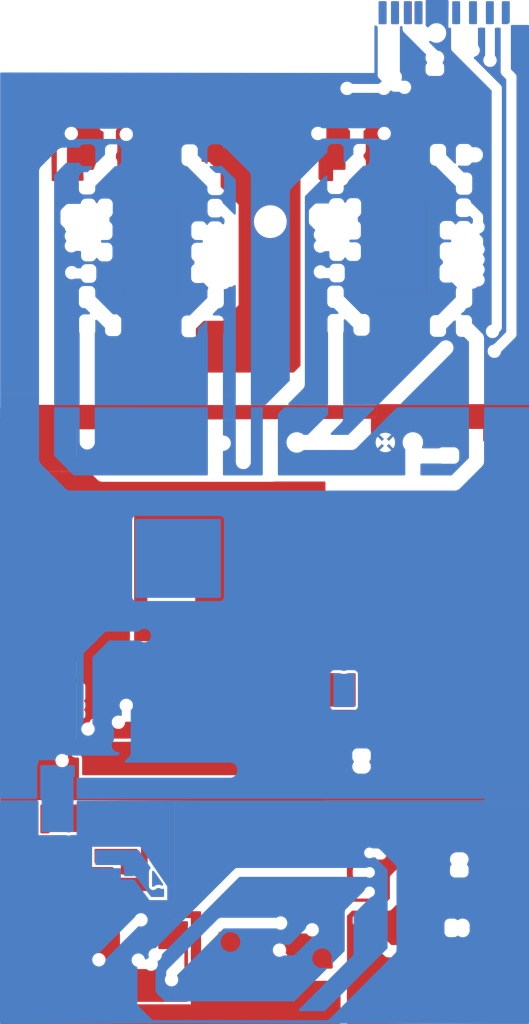
<source format=kicad_pcb>
(kicad_pcb (version 20240225) (generator "pcbnew") (generator_version "8.99")
  (layers (0 "F.Cu" signal) (31 "B.Cu" signal) (34 "B.Paste" user) (35 "F.Paste" user) (36 "B.SilkS" user "B.Silkscreen") (37 "F.SilkS" user "F.Silkscreen") (38 "B.Mask" user) (39 "F.Mask" user) (44 "Edge.Cuts" user))
  (net 0 "")
  (zone (net 0) (net_name "") (layer "F.Cu") (priority 7) (connect_pads yes (clearance 0.35)) (min_thickness 0.25) (fill yes (thermal_gap 0.3) (thermal_bridge_width 0.3) (island_removal_mode 1) (island_area_min 0))
    (polygon (pts (xy 119.458982 42.807368) (xy 119.458982 67.191368) (xy 120.601982 68.334368) (xy 126.316982 68.334368) (xy 127.713982 66.937368) (xy 127.713982 52.205368) (xy 127.459982 51.951368) (xy 121.617982 51.951368) (xy 121.236982 51.570368) (xy 121.236982 46.744368) (xy 121.490982 46.490368) (xy 121.998982 46.490368) (xy 123.141982 47.633368) (xy 125.046982 47.633368) (xy 125.046982 49.919368) (xy 126.316982 49.919368) (xy 126.443982 49.792368) (xy 126.443982 48.141368) (xy 126.715965 47.887368) (xy 127.078982 47.887368) (xy 127.332982 47.633368) (xy 127.332982 42.807368)))
  )
  (zone (net 0) (net_name "") (layer "F.Cu") (connect_pads yes (clearance 0.35)) (min_thickness 0.25) (fill yes (thermal_gap 0.3) (thermal_bridge_width 0.3) (island_removal_mode 1) (island_area_min 0))
    (polygon (pts (xy 90.346482 126.140868) (xy 82.996482 126.140868) (xy 82.996482 122.882868) (xy 90.346482 122.882868)))
  )
  (zone (net 0) (net_name "") (layer "F.Cu") (priority 14) (connect_pads yes (clearance 0.35)) (min_thickness 0.25) (fill yes (thermal_gap 0.3) (thermal_bridge_width 0.3) (island_removal_mode 1) (island_area_min 0))
    (polygon (pts (xy 123.370182 80.583168) (xy 123.370182 81.014968) (xy 123.371776 82.647872) (xy 122.785982 83.351768) (xy 121.007982 83.351768) (xy 120.296782 82.640568) (xy 120.296782 79.287768) (xy 120.398382 79.186168) (xy 123.370182 79.186168)))
  )
  (zone (net 0) (net_name "") (layer "F.Cu") (priority 1) (connect_pads yes (clearance 0.35)) (min_thickness 0.25) (fill yes (thermal_gap 0.3) (thermal_bridge_width 0.3) (island_removal_mode 1) (island_area_min 0))
    (polygon (pts (xy 93.575982 89.737868) (xy 105.386982 89.737868) (xy 105.386982 98.246868) (xy 104.497982 98.246868) (xy 104.497982 104.469868) (xy 93.575982 104.469868)))
  )
  (zone (net 0) (net_name "") (layer "F.Cu") (connect_pads yes (clearance 0.35)) (min_thickness 0.25) (fill yes (thermal_gap 0.3) (thermal_bridge_width 0.3) (island_removal_mode 1) (island_area_min 0))
    (polygon (pts (xy 94.114982 130.990868) (xy 92.064982 130.990868) (xy 92.064982 129.490868) (xy 88.914982 129.490868) (xy 88.914982 127.890868) (xy 94.114982 127.890868)))
  )
  (zone (net 0) (net_name "") (layer "F.Cu") (priority 16) (connect_pads yes (clearance 0.35)) (min_thickness 0.25) (fill yes (thermal_gap 0.3) (thermal_bridge_width 0.3) (island_removal_mode 2) (island_area_min 0))
    (polygon (pts (xy 118.555541 108.065968) (xy 118.569582 108.065968) (xy 118.569582 111.850568) (xy 114.886582 111.850568) (xy 114.378582 111.342568) (xy 114.378582 108.065968)))
  )
  (zone (net 0) (net_name "") (layer "F.Cu") (priority 10) (connect_pads yes (clearance 0.35)) (min_thickness 0.25) (fill yes (thermal_gap 0.3) (thermal_bridge_width 0.3) (island_removal_mode 1) (island_area_min 0))
    (polygon (pts (xy 90.883982 46.490368) (xy 88.978982 51.316368) (xy 87.835982 51.316368) (xy 87.884482 52.546368) (xy 84.279982 52.586368) (xy 84.152982 43.569368) (xy 84.914982 42.680368) (xy 90.883982 42.680368)))
  )
  (zone (net 0) (net_name "") (layer "F.Cu") (connect_pads yes (clearance 0.35)) (min_thickness 0.25) (fill yes (thermal_gap 0.3) (thermal_bridge_width 0.3) (island_removal_mode 1) (island_area_min 0))
    (polygon (pts (xy 105.746482 144.290868) (xy 103.096482 144.290868) (xy 103.096482 137.240868) (xy 105.746482 137.240868)))
  )
  (zone (net 0) (net_name "") (layer "F.Cu") (connect_pads yes (clearance 0.35)) (min_thickness 0.25) (fill yes (thermal_gap 0.3) (thermal_bridge_width 0.3) (island_removal_mode 1) (island_area_min 0))
    (polygon (pts (xy 82.684382 122.242368) (xy 82.684382 134.142368) (xy 83.527382 134.142368) (xy 83.527382 145.420368) (xy 99.978982 145.420368) (xy 99.978982 135.690768) (xy 94.378982 135.690768) (xy 94.378982 133.669168) (xy 94.378982 133.670368) (xy 98.128982 133.670368) (xy 98.128982 134.920368) (xy 101.128982 134.920368) (xy 101.128982 141.670368) (xy 101.878982 141.670368) (xy 101.881782 144.591168) (xy 106.208482 144.591168) (xy 106.199782 142.787768) (xy 116.867782 142.762368) (xy 116.870482 147.639168) (xy 78.462982 147.642368) (xy 78.462982 122.242317)))
  )
  (zone (net 0) (net_name "") (layer "F.Cu") (connect_pads yes (clearance 0.35)) (min_thickness 0.25) (fill yes (thermal_gap 0.3) (thermal_bridge_width 0.3) (island_removal_mode 1) (island_area_min 0))
    (polygon (pts (xy 105.767982 110.946868) (xy 105.005982 110.946868) (xy 105.005982 98.627868) (xy 115.165982 98.627868) (xy 115.165982 111.708868) (xy 107.291982 111.708868) (xy 107.291982 110.946868)))
  )
  (zone (net 0) (net_name "") (layer "F.Cu") (connect_pads yes (clearance 0.35)) (min_thickness 0.25) (fill yes (thermal_gap 0.3) (thermal_bridge_width 0.3) (island_removal_mode 1) (island_area_min 0))
    (polygon (pts (xy 125.210982 34.892368) (xy 126.110982 34.892368) (xy 126.110982 32.292368) (xy 125.210982 32.292368)))
  )
  (zone (net 0) (net_name "") (layer "F.Cu") (connect_pads yes (clearance 0.35)) (min_thickness 0.25) (fill yes (thermal_gap 0.3) (thermal_bridge_width 0.3) (island_removal_mode 1) (island_area_min 0))
    (polygon (pts (xy 109.958982 98.627868) (xy 109.958982 95.833868) (xy 105.894982 95.833868) (xy 105.894982 93.674868) (xy 115.165982 93.674868) (xy 115.165982 98.627868)))
  )
  (zone (net 0) (net_name "") (layer "F.Cu") (priority 5) (connect_pads yes (clearance 0.35)) (min_thickness 0.25) (fill yes (thermal_gap 0.3) (thermal_bridge_width 0.3))
    (polygon (pts (xy 110.619382 139.612768) (xy 106.199782 139.612768) (xy 106.199782 142.787768) (xy 110.619382 142.787768) (xy 110.619382 141.390768)))
  )
  (zone (net 0) (net_name "") (layer "F.Cu") (priority 3) (connect_pads yes (clearance 0.35)) (min_thickness 0.25) (fill yes (thermal_gap 0.3) (thermal_bridge_width 0.3) (island_removal_mode 1) (island_area_min 0))
    (polygon (pts (xy 93.575982 104.850868) (xy 99.163982 104.850868) (xy 99.163982 108.025868) (xy 98.147982 109.041868) (xy 93.575982 109.041868)))
  )
  (zone (net 0) (net_name "") (layer "F.Cu") (connect_pads yes (clearance 0.35)) (min_thickness 0.25) (fill yes (thermal_gap 0.3) (thermal_bridge_width 0.3) (island_removal_mode 1) (island_area_min 0))
    (polygon (pts (xy 124.010982 34.892368) (xy 124.910982 34.892368) (xy 124.910982 32.292368) (xy 124.010982 32.292368)))
  )
  (zone (net 0) (net_name "") (layer "F.Cu") (connect_pads yes (clearance 0.35)) (min_thickness 0.25) (fill yes (thermal_gap 0.3) (thermal_bridge_width 0.3) (island_removal_mode 1) (island_area_min 0))
    (polygon (pts (xy 122.560982 34.892368) (xy 123.460982 34.892368) (xy 123.460982 32.292368) (xy 122.560982 32.292368)))
  )
  (zone (net 0) (net_name "") (layer "F.Cu") (priority 3) (connect_pads yes (clearance 0.35)) (min_thickness 0.25) (fill yes (thermal_gap 0.3) (thermal_bridge_width 0.3) (island_removal_mode 1) (island_area_min 0))
    (polygon (pts (xy 92.305982 109.041868) (xy 92.305982 109.676868) (xy 92.559982 109.676868) (xy 93.321982 109.041868)))
  )
  (zone (net 0) (net_name "") (layer "F.Cu") (connect_pads yes (clearance 0.35)) (min_thickness 0.25) (fill yes (thermal_gap 0.3) (thermal_bridge_width 0.3) (island_removal_mode 1) (island_area_min 0))
    (polygon (pts (xy 88.746482 129.940868) (xy 91.246482 129.940868) (xy 91.246482 133.440868) (xy 91.946482 134.090868) (xy 91.996482 141.440868) (xy 96.296482 141.440868) (xy 96.296482 144.390868) (xy 98.996482 144.390868) (xy 99.246482 144.390868) (xy 99.246482 139.190868) (xy 96.296482 139.190868) (xy 96.296482 136.040868) (xy 99.646482 136.040868) (xy 99.646482 145.140868) (xy 83.896482 145.140868) (xy 83.896482 135.890868) (xy 85.646482 135.890868) (xy 85.646482 138.340868) (xy 84.246482 138.340868) (xy 84.246482 141.340868) (xy 85.896482 141.340868) (xy 85.896482 139.890868) (xy 87.546482 139.890868) (xy 87.546482 138.240868) (xy 89.896482 138.240868) (xy 89.896482 133.740868) (xy 87.496482 133.740868) (xy 87.496482 131.590868) (xy 83.996482 131.590868) (xy 83.996482 126.340868) (xy 88.746482 126.340868)))
  )
  (zone (net 0) (net_name "") (layer "F.Cu") (connect_pads yes (clearance 0.35)) (min_thickness 0.25) (fill yes (thermal_gap 0.3) (thermal_bridge_width 0.3) (island_removal_mode 1) (island_area_min 0))
    (polygon (pts (xy 86.463982 115.645868) (xy 103.227982 115.645868) (xy 103.227982 110.946868) (xy 107.291982 110.946868) (xy 107.291982 119.582868) (xy 86.463982 119.582868)))
  )
  (zone (net 0) (net_name "") (layer "F.Cu") (priority 11) (connect_pads yes (clearance 0.35)) (min_thickness 0.25) (fill yes (thermal_gap 0.3) (thermal_bridge_width 0.3) (island_removal_mode 1) (island_area_min 0))
    (polygon (pts (xy 99.290982 107.456368) (xy 99.290982 105.170368) (xy 101.068982 105.170368) (xy 101.068982 107.456368)))
  )
  (zone (net 0) (net_name "") (layer "F.Cu") (name "stitch_zone_0") (priority 4) (connect_pads yes (clearance 0.35)) (min_thickness 0.25) (fill yes (thermal_gap 0.3) (thermal_bridge_width 0.3) (island_removal_mode 1) (island_area_min 0))
    (polygon (pts (xy 99.798982 110.245195) (xy 94.210982 110.245195) (xy 93.448982 111.134195) (xy 93.448982 113.547195) (xy 92.178982 113.547195) (xy 92.051982 113.293195) (xy 92.051982 109.356195) (xy 91.797982 109.356195) (xy 93.067982 108.086195) (xy 93.194982 89.417195) (xy 115.165982 89.422368) (xy 115.165982 85.418695) (xy 78.462982 85.353195) (xy 78.462982 122.375695) (xy 115.165982 122.502695) (xy 115.165982 112.277195) (xy 108.053982 112.277195) (xy 108.053982 120.024195) (xy 87.352982 120.024195) (xy 87.352982 115.452195) (xy 89.257982 115.452195) (xy 99.798982 115.452195)))
  )
  (zone (net 0) (net_name "") (layer "F.Cu") (name "stitch_zone_0") (priority 4) (connect_pads yes (clearance 0.35)) (min_thickness 0.25) (fill yes (thermal_gap 0.3) (thermal_bridge_width 0.3) (island_removal_mode 1) (island_area_min 0))
    (polygon (pts (xy 78.462982 85.353195) (xy 78.462982 82.056368) (xy 101.594482 82.056368) (xy 101.715482 82.177368) (xy 101.715482 85.346868) (xy 101.703982 85.358368) (xy 78.468155 85.358368)))
  )
  (zone (net 0) (net_name "") (layer "F.Cu") (priority 1) (connect_pads yes (clearance 0.35)) (min_thickness 0.25) (fill yes (thermal_gap 0.3) (thermal_bridge_width 0.3) (island_removal_mode 1) (island_area_min 0))
    (polygon (pts (xy 105.386982 98.246868) (xy 109.704982 98.246868) (xy 109.704982 96.214868) (xy 105.386982 96.214868)))
  )
  (zone (net 0) (net_name "") (layer "F.Cu") (priority 3) (connect_pads yes (clearance 0.35)) (min_thickness 0.25) (fill yes (thermal_gap 0.3) (thermal_bridge_width 0.3) (island_removal_mode 1) (island_area_min 0))
    (polygon (pts (xy 94.591982 108.787868) (xy 94.337982 109.041868) (xy 92.432982 109.041868) (xy 93.194982 108.279868) (xy 94.591982 108.279868)))
  )
  (zone (net 0) (net_name "") (layer "F.Cu") (connect_pads yes (clearance 0.35)) (min_thickness 0.25) (fill yes (thermal_gap 0.3) (thermal_bridge_width 0.3) (island_removal_mode 1) (island_area_min 0))
    (polygon (pts (xy 132.564982 147.602373) (xy 117.585982 147.642368) (xy 117.588982 140.342368) (xy 117.600982 140.291568) (xy 117.578982 124.829968) (xy 132.564982 124.829968)))
  )
  (zone (net 0) (net_name "") (layer "F.Cu") (priority 14) (connect_pads yes (clearance 0.35)) (min_thickness 0.25) (fill yes (thermal_gap 0.3) (thermal_bridge_width 0.3) (island_removal_mode 1) (island_area_min 0))
    (polygon (pts (xy 138.152982 77.738368) (xy 134.596982 77.738368) (xy 120.880982 77.738368) (xy 120.880982 80.056118) (xy 121.515982 80.532368) (xy 134.596982 80.532368)))
  )
  (zone (net 0) (net_name "") (layer "F.Cu") (connect_pads yes (clearance 0.35)) (min_thickness 0.25) (fill yes (thermal_gap 0.3) (thermal_bridge_width 0.3) (island_removal_mode 1) (island_area_min 0))
    (polygon (pts (xy 115.978782 141.394368) (xy 113.115482 141.394368) (xy 113.166282 141.389568) (xy 110.566282 141.389568) (xy 110.515482 137.428368) (xy 115.978782 137.428368)))
  )
  (zone (net 0) (net_name "") (layer "F.Cu") (connect_pads yes (clearance 0.35)) (min_thickness 0.25) (fill yes (thermal_gap 0.3) (thermal_bridge_width 0.3) (island_removal_mode 1) (island_area_min 0))
    (polygon (pts (xy 97.046482 126.890868) (xy 95.096482 126.890868) (xy 95.096482 132.640868) (xy 93.846482 132.640868) (xy 93.846482 135.640868) (xy 92.346482 135.640868) (xy 92.346482 132.640868) (xy 91.941901 132.642401) (xy 91.917415 131.140868) (xy 94.346482 131.140868) (xy 94.346482 126.890868) (xy 91.846482 126.890868) (xy 91.846482 126.390868) (xy 91.846482 123.140868) (xy 97.096482 123.140868)))
  )
  (zone (net 0) (net_name "") (layer "F.Cu") (priority 1) (connect_pads yes (clearance 0.35)) (min_thickness 0.25) (fill yes (thermal_gap 0.3) (thermal_bridge_width 0.3) (island_removal_mode 1) (island_area_min 0))
    (polygon (pts (xy 105.386982 93.166868) (xy 115.165982 93.166868) (xy 115.165982 89.737868) (xy 105.386982 89.737868) (xy 105.386982 92.912868)))
  )
  (zone (net 0) (net_name "") (layer "F.Cu") (priority 14) (connect_pads yes (clearance 0.35)) (min_thickness 0.25) (fill yes (thermal_gap 0.3) (thermal_bridge_width 0.3) (island_removal_mode 2) (island_area_min 0))
    (polygon (pts (xy 138.152982 122.442368) (xy 115.140582 122.442368) (xy 115.140582 104.154368) (xy 134.596982 104.154368) (xy 134.596982 77.738368) (xy 138.152982 77.738368)))
  )
  (zone (net 0) (net_name "") (layer "F.Cu") (priority 9) (connect_pads yes (clearance 0.35)) (min_thickness 0.25) (fill yes (thermal_gap 0.3) (thermal_bridge_width 0.3) (island_removal_mode 1) (island_area_min 0))
    (polygon (pts (xy 101.551982 74.176368) (xy 100.535982 73.160368) (xy 100.535982 69.223368) (xy 101.424982 68.334368) (xy 103.583982 68.334368) (xy 105.361982 66.556368) (xy 105.361982 55.253368) (xy 103.329982 53.221368) (xy 103.329982 51.697368) (xy 102.059982 50.427368) (xy 101.297982 50.427368) (xy 101.170982 50.300368) (xy 101.170982 48.141368) (xy 100.457482 47.506368) (xy 100.457482 46.450368) (xy 100.457482 42.640368) (xy 110.109482 42.640368) (xy 110.744482 42.640368) (xy 112.473982 42.640368) (xy 112.522482 42.640368) (xy 117.807982 42.640368) (xy 117.934982 42.640368) (xy 117.934982 47.887368) (xy 117.553982 48.268368) (xy 117.426982 48.268368) (xy 117.426982 51.316368) (xy 116.029982 51.316368) (xy 116.029982 52.586368) (xy 114.632982 52.586368) (xy 114.378982 52.332368) (xy 114.378982 48.395368) (xy 115.013982 47.760368) (xy 115.267982 47.760368) (xy 115.267982 46.659702) (xy 114.759982 46.236368) (xy 113.870982 46.286823) (xy 112.346982 47.887368) (xy 112.346982 73.414368) (xy 111.584982 74.176368)))
  )
  (zone (net 0) (net_name "") (layer "F.Cu") (priority 2) (connect_pads yes (clearance 0.35)) (min_thickness 0.25) (fill yes (thermal_gap 0.3) (thermal_bridge_width 0.3) (island_removal_mode 1) (island_area_min 0))
    (polygon (pts (xy 101.830982 104.850868) (xy 104.497982 104.850868) (xy 104.497982 110.565868) (xy 102.846982 110.565868) (xy 102.846982 115.137868) (xy 98.909982 115.137868) (xy 98.909982 110.438868) (xy 101.830982 107.517868)))
  )
  (zone (net 0) (net_name "") (layer "F.Cu") (connect_pads yes (clearance 0.35)) (min_thickness 0.25) (fill yes (thermal_gap 0.3) (thermal_bridge_width 0.3) (island_removal_mode 1) (island_area_min 0))
    (polygon (pts (xy 121.160982 34.892368) (xy 122.060982 34.892368) (xy 122.060982 32.292368) (xy 121.160982 32.292368)))
  )
  (zone (net 0) (net_name "") (layer "F.Cu") (priority 4) (connect_pads yes (clearance 0.35)) (min_thickness 0.25) (fill yes (thermal_gap 0.3) (thermal_bridge_width 0.3) (island_removal_mode 1) (island_area_min 0))
    (polygon (pts (xy 84.328482 77.819368) (xy 78.462982 77.819368) (xy 78.486482 78.621368) (xy 78.486482 84.060368) (xy 89.916482 84.187368) (xy 89.910982 84.192368) (xy 90.460982 84.192368) (xy 100.710982 84.192368) (xy 100.711482 79.470368) (xy 121.109982 79.383368) (xy 121.109982 77.986368) (xy 120.982982 77.859368) (xy 86.311982 77.819368) (xy 84.709482 77.819368)))
  )
  (zone (net 0) (net_name "") (layer "F.Cu") (priority 7) (connect_pads yes (clearance 0.35)) (min_thickness 0.25) (fill yes (thermal_gap 0.3) (thermal_bridge_width 0.3) (island_removal_mode 1) (island_area_min 0))
    (polygon (pts (xy 91.518982 42.640368) (xy 91.518982 67.445368) (xy 92.661982 68.588368) (xy 98.376982 68.588368) (xy 99.646982 67.191368) (xy 99.646982 52.459368) (xy 99.519982 52.205368) (xy 93.677982 52.205368) (xy 93.296982 51.824368) (xy 93.296982 46.998368) (xy 93.550982 46.744368) (xy 94.058982 46.744368) (xy 95.201982 47.887368) (xy 97.106982 47.887368) (xy 97.106982 50.173368) (xy 98.376982 50.173368) (xy 98.503982 50.046368) (xy 98.503982 48.395368) (xy 98.775965 48.141368) (xy 99.138982 48.141368) (xy 101.981482 45.434368) (xy 101.981482 42.640368)))
  )
  (zone (net 0) (net_name "") (layer "F.Cu") (priority 14) (connect_pads yes (clearance 0.35)) (min_thickness 0.25) (fill yes (thermal_gap 0.3) (thermal_bridge_width 0.3) (island_removal_mode 1) (island_area_min 0))
    (polygon (pts (xy 134.609682 80.532368) (xy 134.609682 83.453368) (xy 134.165182 83.453368) (xy 132.958682 81.853168) (xy 132.958682 80.532368)))
  )
  (zone (net 0) (net_name "") (layer "B.Cu") (connect_pads yes (clearance 0.35)) (min_thickness 0.25) (fill yes (thermal_gap 0.3) (thermal_bridge_width 0.3) (island_removal_mode 1) (island_area_min 0))
    (polygon (pts (xy 134.160982 34.892368) (xy 133.260982 34.892368) (xy 133.260982 32.292368) (xy 134.160982 32.292368)))
  )
  (zone (net 0) (net_name "") (layer "B.Cu") (connect_pads yes (clearance 0.35)) (min_thickness 0.25) (fill yes (thermal_gap 0.3) (thermal_bridge_width 0.3) (island_removal_mode 1) (island_area_min 0))
    (polygon (pts (xy 130.360982 34.892368) (xy 129.460982 34.892368) (xy 129.460982 32.292368) (xy 130.360982 32.292368)))
  )
  (zone (net 0) (net_name "") (layer "B.Cu") (priority 6) (connect_pads yes (clearance 0.35)) (min_thickness 0.25) (fill yes (thermal_gap 0.3) (thermal_bridge_width 0.3) (island_removal_mode 1) (island_area_min 0))
    (polygon (pts (xy 105.005982 76.722368) (xy 103.653482 76.722368) (xy 103.653482 79.516368) (xy 105.005982 79.516368)))
  )
  (zone (net 0) (net_name "") (layer "B.Cu") (connect_pads yes (clearance 0.35)) (min_thickness 0.25) (fill yes (thermal_gap 0.3) (thermal_bridge_width 0.3) (island_removal_mode 1) (island_area_min 0))
    (polygon (pts (xy 126.110982 34.892368) (xy 125.210982 34.892368) (xy 125.210982 32.292368) (xy 126.110982 32.292368)))
  )
  (zone (net 0) (net_name "") (layer "B.Cu") (priority 6) (connect_pads yes (clearance 0.35)) (min_thickness 0.25) (fill yes (thermal_gap 0.3) (thermal_bridge_width 0.3) (island_removal_mode 1) (island_area_min 0))
    (polygon (pts (xy 82.863482 76.468368) (xy 78.462982 76.468368) (xy 78.462982 79.262368) (xy 82.863482 79.262368)))
  )
  (zone (net 0) (net_name "") (layer "B.Cu") (priority 1) (connect_pads yes (clearance 0.35)) (min_thickness 0.25) (fill yes (thermal_gap 0.3) (thermal_bridge_width 0.3) (island_removal_mode 1) (island_area_min 0))
    (polygon (pts (xy 87.085982 78.092368) (xy 78.439982 78.092368) (xy 78.439982 122.242368) (xy 82.785982 122.242368) (xy 82.785982 117.892368) (xy 87.085982 117.892368)))
  )
  (zone (net 0) (net_name "") (layer "B.Cu") (priority 6) (connect_pads yes (clearance 0.35)) (min_thickness 0.25) (fill yes (thermal_gap 0.3) (thermal_bridge_width 0.3) (island_removal_mode 1) (island_area_min 0))
    (polygon (pts (xy 138.152982 120.892368) (xy 133.096482 120.892368) (xy 133.096482 123.686368) (xy 138.152982 123.712368)))
  )
  (zone (net 0) (net_name "") (layer "B.Cu") (connect_pads yes (clearance 0.35)) (min_thickness 0.25) (fill yes (thermal_gap 0.3) (thermal_bridge_width 0.3) (island_removal_mode 1) (island_area_min 0))
    (polygon (pts (xy 135.960982 34.892368) (xy 135.060982 34.892368) (xy 135.060982 32.292368) (xy 135.960982 32.292368)))
  )
  (zone (net 0) (net_name "") (layer "B.Cu") (priority 2) (connect_pads yes (clearance 0.35)) (min_thickness 0.25) (fill yes (thermal_gap 0.3) (thermal_bridge_width 0.3) (island_removal_mode 1) (island_area_min 0))
    (polygon (pts (xy 120.436982 55.207368) (xy 120.436982 65.494368) (xy 126.659982 65.494368) (xy 126.659982 55.207368)))
  )
  (zone (net 0) (net_name "") (layer "B.Cu") (connect_pads yes (clearance 0.35)) (min_thickness 0.25) (fill yes (thermal_gap 0.3) (thermal_bridge_width 0.3) (island_removal_mode 1) (island_area_min 0))
    (polygon (pts (xy 123.460982 34.892368) (xy 122.560982 34.892368) (xy 122.560982 32.292368) (xy 123.460982 32.292368)))
  )
  (zone (net 0) (net_name "") (layer "B.Cu") (priority 12) (connect_pads yes (clearance 0.35)) (min_thickness 0.25) (fill yes (thermal_gap 0.3) (thermal_bridge_width 0.3) (island_removal_mode 1) (island_area_min 0))
    (polygon (pts (xy 138.131982 147.641737) (xy 95.598292 147.536058) (xy 95.596293 122.442368) (xy 138.152982 122.442368)))
  )
  (zone (net 0) (net_name "") (layer "B.Cu") (priority 5) (connect_pads yes (clearance 0.35)) (min_thickness 0.25) (fill yes (thermal_gap 0.3) (thermal_bridge_width 0.3) (island_removal_mode 2) (island_area_min 0))
    (polygon (pts (xy 138.152982 78.093968) (xy 87.085982 78.092368) (xy 87.085982 122.242368) (xy 138.152982 122.242368)))
  )
  (zone (net 0) (net_name "") (layer "B.Cu") (priority 15) (connect_pads yes (clearance 0.35)) (min_thickness 0.25) (fill yes (thermal_gap 0.3) (thermal_bridge_width 0.3))
    (polygon (pts (xy 103.354982 90.692368) (xy 93.702982 90.692368) (xy 93.702982 99.582368) (xy 103.354982 99.582368)))
  )
  (zone (net 0) (net_name "") (layer "B.Cu") (connect_pads yes (clearance 0.35)) (min_thickness 0.25) (fill yes (thermal_gap 0.3) (thermal_bridge_width 0.3) (island_removal_mode 1) (island_area_min 0))
    (polygon (pts (xy 124.910982 34.892368) (xy 124.010982 34.892368) (xy 124.010982 32.292368) (xy 124.910982 32.292368)))
  )
  (zone (net 0) (net_name "") (layer "B.Cu") (connect_pads yes (clearance 0.35)) (min_thickness 0.25) (fill yes (thermal_gap 0.3) (thermal_bridge_width 0.3) (island_removal_mode 1) (island_area_min 0))
    (polygon (pts (xy 94.088382 127.957368) (xy 89.186182 127.957368) (xy 89.186182 129.840067) (xy 92.28208 129.835866) (xy 92.28208 130.989366) (xy 93.635982 130.992368) (xy 95.321731 133.340067) (xy 97.046331 133.340067) (xy 97.046331 132.140867)))
  )
  (zone (net 0) (net_name "") (layer "B.Cu") (connect_pads yes (clearance 0.35)) (min_thickness 0.25) (fill yes (thermal_gap 0.3) (thermal_bridge_width 0.3) (island_removal_mode 1) (island_area_min 0))
    (polygon (pts (xy 122.060982 34.892368) (xy 121.160982 34.892368) (xy 121.160982 32.292368) (xy 122.060982 32.292368)))
  )
  (zone (net 0) (net_name "") (layer "B.Cu") (connect_pads yes (clearance 0.35)) (min_thickness 0.25) (fill yes (thermal_gap 0.3) (thermal_bridge_width 0.3))
    (polygon (pts (xy 138.152982 77.839968) (xy 78.462982 77.846181) (xy 78.462982 40.335605) (xy 120.685982 40.392368) (xy 120.685982 34.942368) (xy 123.860982 34.942368) (xy 126.460982 34.942368) (xy 126.460982 32.162168) (xy 129.060981 32.162168) (xy 129.032482 35.274368) (xy 135.890482 35.274368) (xy 135.877982 34.973368) (xy 138.152982 34.973368)))
  )
  (zone (net 0) (net_name "") (layer "B.Cu") (priority 3) (connect_pads yes (clearance 0.35)) (min_thickness 0.25) (fill yes (thermal_gap 0.3) (thermal_bridge_width 0.3) (island_removal_mode 1) (island_area_min 0))
    (polygon (pts (xy 86.885982 118.447968) (xy 82.985982 118.447968) (xy 82.985982 126.142368) (xy 86.885982 126.142368)))
  )
  (zone (net 0) (net_name "") (layer "B.Cu") (connect_pads yes (clearance 0.35)) (min_thickness 0.25) (fill yes (thermal_gap 0.3) (thermal_bridge_width 0.3) (island_removal_mode 1) (island_area_min 0))
    (polygon (pts (xy 132.260982 34.892368) (xy 131.360982 34.892368) (xy 131.360982 32.292368) (xy 132.260982 32.292368)))
  )
  (zone (net 0) (net_name "") (layer "B.Cu") (priority 2) (connect_pads yes (clearance 0.35)) (min_thickness 0.25) (fill yes (thermal_gap 0.3) (thermal_bridge_width 0.3) (island_removal_mode 1) (island_area_min 0))
    (polygon (pts (xy 92.407982 55.253368) (xy 92.407982 65.540368) (xy 98.630982 65.540368) (xy 98.630982 55.253368)))
  )
  (zone (net 0) (net_name "") (layer "B.Cu") (priority 13) (connect_pads yes (clearance 0.35)) (min_thickness 0.25) (fill yes (thermal_gap 0.3) (thermal_bridge_width 0.3))
    (polygon (pts (xy 98.135982 122.442368) (xy 87.085982 122.442368) (xy 87.085982 126.342368) (xy 82.785982 126.342368) (xy 82.785982 122.442368) (xy 78.439982 122.442368) (xy 78.439982 147.641095) (xy 98.137982 147.542368) (xy 98.135982 133.642368) (xy 95.307582 133.672368) (xy 93.580382 131.335568) (xy 92.081782 131.335568) (xy 92.081782 130.065568) (xy 88.830582 130.065568) (xy 88.830582 127.652568) (xy 94.266182 127.652568) (xy 97.314182 132.122968) (xy 97.314182 133.672368) (xy 98.135982 133.642368)))
  )
  (zone (net 0) (net_name "") (layer "B.Cu") (priority 8) (connect_pads yes (clearance 0.35)) (min_thickness 0.25) (fill yes (thermal_gap 0.3) (thermal_bridge_width 0.3) (island_removal_mode 1) (island_area_min 0))
    (polygon (pts (xy 116.054982 108.091368) (xy 118.467982 108.091368) (xy 118.467982 111.901368) (xy 116.054982 111.901368)))
  )
)
</source>
